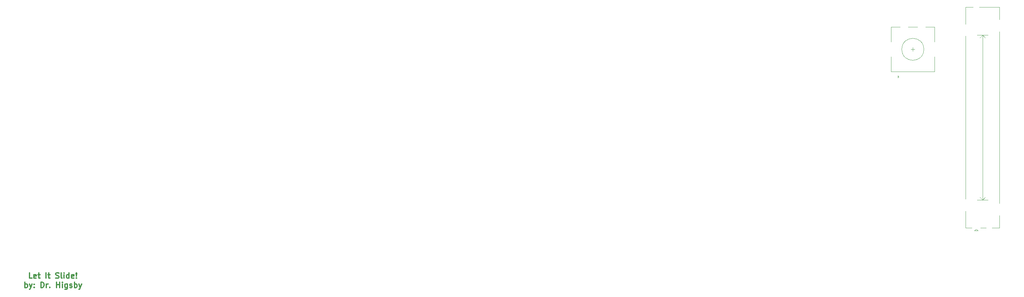
<source format=gbr>
%TF.GenerationSoftware,KiCad,Pcbnew,(5.1.9)-1*%
%TF.CreationDate,2021-09-16T08:02:45-07:00*%
%TF.ProjectId,letItSlide,6c657449-7453-46c6-9964-652e6b696361,rev?*%
%TF.SameCoordinates,Original*%
%TF.FileFunction,Legend,Top*%
%TF.FilePolarity,Positive*%
%FSLAX46Y46*%
G04 Gerber Fmt 4.6, Leading zero omitted, Abs format (unit mm)*
G04 Created by KiCad (PCBNEW (5.1.9)-1) date 2021-09-16 08:02:45*
%MOMM*%
%LPD*%
G01*
G04 APERTURE LIST*
%ADD10C,0.300000*%
%ADD11C,0.120000*%
G04 APERTURE END LIST*
D10*
X33771428Y-88703571D02*
X33057142Y-88703571D01*
X33057142Y-87203571D01*
X34842857Y-88632142D02*
X34700000Y-88703571D01*
X34414285Y-88703571D01*
X34271428Y-88632142D01*
X34200000Y-88489285D01*
X34200000Y-87917857D01*
X34271428Y-87775000D01*
X34414285Y-87703571D01*
X34700000Y-87703571D01*
X34842857Y-87775000D01*
X34914285Y-87917857D01*
X34914285Y-88060714D01*
X34200000Y-88203571D01*
X35342857Y-87703571D02*
X35914285Y-87703571D01*
X35557142Y-87203571D02*
X35557142Y-88489285D01*
X35628571Y-88632142D01*
X35771428Y-88703571D01*
X35914285Y-88703571D01*
X37557142Y-88703571D02*
X37557142Y-87203571D01*
X38057142Y-87703571D02*
X38628571Y-87703571D01*
X38271428Y-87203571D02*
X38271428Y-88489285D01*
X38342857Y-88632142D01*
X38485714Y-88703571D01*
X38628571Y-88703571D01*
X40200000Y-88632142D02*
X40414285Y-88703571D01*
X40771428Y-88703571D01*
X40914285Y-88632142D01*
X40985714Y-88560714D01*
X41057142Y-88417857D01*
X41057142Y-88275000D01*
X40985714Y-88132142D01*
X40914285Y-88060714D01*
X40771428Y-87989285D01*
X40485714Y-87917857D01*
X40342857Y-87846428D01*
X40271428Y-87775000D01*
X40200000Y-87632142D01*
X40200000Y-87489285D01*
X40271428Y-87346428D01*
X40342857Y-87275000D01*
X40485714Y-87203571D01*
X40842857Y-87203571D01*
X41057142Y-87275000D01*
X41914285Y-88703571D02*
X41771428Y-88632142D01*
X41700000Y-88489285D01*
X41700000Y-87203571D01*
X42485714Y-88703571D02*
X42485714Y-87703571D01*
X42485714Y-87203571D02*
X42414285Y-87275000D01*
X42485714Y-87346428D01*
X42557142Y-87275000D01*
X42485714Y-87203571D01*
X42485714Y-87346428D01*
X43842857Y-88703571D02*
X43842857Y-87203571D01*
X43842857Y-88632142D02*
X43700000Y-88703571D01*
X43414285Y-88703571D01*
X43271428Y-88632142D01*
X43200000Y-88560714D01*
X43128571Y-88417857D01*
X43128571Y-87989285D01*
X43200000Y-87846428D01*
X43271428Y-87775000D01*
X43414285Y-87703571D01*
X43700000Y-87703571D01*
X43842857Y-87775000D01*
X45128571Y-88632142D02*
X44985714Y-88703571D01*
X44700000Y-88703571D01*
X44557142Y-88632142D01*
X44485714Y-88489285D01*
X44485714Y-87917857D01*
X44557142Y-87775000D01*
X44700000Y-87703571D01*
X44985714Y-87703571D01*
X45128571Y-87775000D01*
X45200000Y-87917857D01*
X45200000Y-88060714D01*
X44485714Y-88203571D01*
X45842857Y-88560714D02*
X45914285Y-88632142D01*
X45842857Y-88703571D01*
X45771428Y-88632142D01*
X45842857Y-88560714D01*
X45842857Y-88703571D01*
X45842857Y-88132142D02*
X45771428Y-87275000D01*
X45842857Y-87203571D01*
X45914285Y-87275000D01*
X45842857Y-88132142D01*
X45842857Y-87203571D01*
X31807142Y-91253571D02*
X31807142Y-89753571D01*
X31807142Y-90325000D02*
X31950000Y-90253571D01*
X32235714Y-90253571D01*
X32378571Y-90325000D01*
X32450000Y-90396428D01*
X32521428Y-90539285D01*
X32521428Y-90967857D01*
X32450000Y-91110714D01*
X32378571Y-91182142D01*
X32235714Y-91253571D01*
X31950000Y-91253571D01*
X31807142Y-91182142D01*
X33021428Y-90253571D02*
X33378571Y-91253571D01*
X33735714Y-90253571D02*
X33378571Y-91253571D01*
X33235714Y-91610714D01*
X33164285Y-91682142D01*
X33021428Y-91753571D01*
X34307142Y-91110714D02*
X34378571Y-91182142D01*
X34307142Y-91253571D01*
X34235714Y-91182142D01*
X34307142Y-91110714D01*
X34307142Y-91253571D01*
X34307142Y-90325000D02*
X34378571Y-90396428D01*
X34307142Y-90467857D01*
X34235714Y-90396428D01*
X34307142Y-90325000D01*
X34307142Y-90467857D01*
X36164285Y-91253571D02*
X36164285Y-89753571D01*
X36521428Y-89753571D01*
X36735714Y-89825000D01*
X36878571Y-89967857D01*
X36950000Y-90110714D01*
X37021428Y-90396428D01*
X37021428Y-90610714D01*
X36950000Y-90896428D01*
X36878571Y-91039285D01*
X36735714Y-91182142D01*
X36521428Y-91253571D01*
X36164285Y-91253571D01*
X37664285Y-91253571D02*
X37664285Y-90253571D01*
X37664285Y-90539285D02*
X37735714Y-90396428D01*
X37807142Y-90325000D01*
X37950000Y-90253571D01*
X38092857Y-90253571D01*
X38592857Y-91110714D02*
X38664285Y-91182142D01*
X38592857Y-91253571D01*
X38521428Y-91182142D01*
X38592857Y-91110714D01*
X38592857Y-91253571D01*
X40450000Y-91253571D02*
X40450000Y-89753571D01*
X40450000Y-90467857D02*
X41307142Y-90467857D01*
X41307142Y-91253571D02*
X41307142Y-89753571D01*
X42021428Y-91253571D02*
X42021428Y-90253571D01*
X42021428Y-89753571D02*
X41950000Y-89825000D01*
X42021428Y-89896428D01*
X42092857Y-89825000D01*
X42021428Y-89753571D01*
X42021428Y-89896428D01*
X43378571Y-90253571D02*
X43378571Y-91467857D01*
X43307142Y-91610714D01*
X43235714Y-91682142D01*
X43092857Y-91753571D01*
X42878571Y-91753571D01*
X42735714Y-91682142D01*
X43378571Y-91182142D02*
X43235714Y-91253571D01*
X42950000Y-91253571D01*
X42807142Y-91182142D01*
X42735714Y-91110714D01*
X42664285Y-90967857D01*
X42664285Y-90539285D01*
X42735714Y-90396428D01*
X42807142Y-90325000D01*
X42950000Y-90253571D01*
X43235714Y-90253571D01*
X43378571Y-90325000D01*
X44021428Y-91182142D02*
X44164285Y-91253571D01*
X44450000Y-91253571D01*
X44592857Y-91182142D01*
X44664285Y-91039285D01*
X44664285Y-90967857D01*
X44592857Y-90825000D01*
X44450000Y-90753571D01*
X44235714Y-90753571D01*
X44092857Y-90682142D01*
X44021428Y-90539285D01*
X44021428Y-90467857D01*
X44092857Y-90325000D01*
X44235714Y-90253571D01*
X44450000Y-90253571D01*
X44592857Y-90325000D01*
X45307142Y-91253571D02*
X45307142Y-89753571D01*
X45307142Y-90325000D02*
X45450000Y-90253571D01*
X45735714Y-90253571D01*
X45878571Y-90325000D01*
X45950000Y-90396428D01*
X46021428Y-90539285D01*
X46021428Y-90967857D01*
X45950000Y-91110714D01*
X45878571Y-91182142D01*
X45735714Y-91253571D01*
X45450000Y-91253571D01*
X45307142Y-91182142D01*
X46521428Y-90253571D02*
X46878571Y-91253571D01*
X47235714Y-90253571D02*
X46878571Y-91253571D01*
X46735714Y-91610714D01*
X46664285Y-91682142D01*
X46521428Y-91753571D01*
D11*
%TO.C,SLIDE1*%
X292858057Y-22327500D02*
X293608057Y-23077500D01*
X292108057Y-23077500D02*
X292858057Y-22327500D01*
X291358057Y-22327500D02*
X294358057Y-22327500D01*
X292858057Y-67327500D02*
X293608057Y-66577500D01*
X292108057Y-66577500D02*
X292858057Y-67327500D01*
X291358057Y-67327500D02*
X294358057Y-67327500D01*
X292858057Y-67327500D02*
X292858057Y-22327500D01*
X291608057Y-75752500D02*
X291108057Y-75252500D01*
X290608057Y-75752500D02*
X291608057Y-75752500D01*
X291108057Y-75252500D02*
X290608057Y-75752500D01*
X291931057Y-14707500D02*
X297478057Y-14707500D01*
X288238057Y-14707500D02*
X290285057Y-14707500D01*
X295431057Y-74947500D02*
X297478057Y-74947500D01*
X292283057Y-74947500D02*
X293786057Y-74947500D01*
X288238057Y-74947500D02*
X289933057Y-74947500D01*
X297478057Y-18091500D02*
X297478057Y-14707500D01*
X297478057Y-68291500D02*
X297478057Y-21362500D01*
X297478057Y-74947500D02*
X297478057Y-71562500D01*
X288238057Y-19291500D02*
X288238057Y-14707500D01*
X288238057Y-67091500D02*
X288238057Y-22562500D01*
X288238057Y-74947500D02*
X288238057Y-70362500D01*
%TO.C,RE1*%
X276849700Y-26194392D02*
G75*
G03*
X276849700Y-26194392I-3000000J0D01*
G01*
X267949700Y-24194392D02*
X267949700Y-20094392D01*
X279749700Y-20094392D02*
X279749700Y-24194392D01*
X279749700Y-28194392D02*
X279749700Y-32294392D01*
X267949700Y-28194392D02*
X267949700Y-32294392D01*
X267949700Y-32294392D02*
X279749700Y-32294392D01*
X270049700Y-33694392D02*
X269749700Y-33994392D01*
X269749700Y-33994392D02*
X269749700Y-33394392D01*
X269749700Y-33394392D02*
X270049700Y-33694392D01*
X267949700Y-20094392D02*
X270349700Y-20094392D01*
X272549700Y-20094392D02*
X275149700Y-20094392D01*
X277349700Y-20094392D02*
X279749700Y-20094392D01*
X273349700Y-26194392D02*
X274349700Y-26194392D01*
X273849700Y-26694392D02*
X273849700Y-25694392D01*
%TD*%
M02*

</source>
